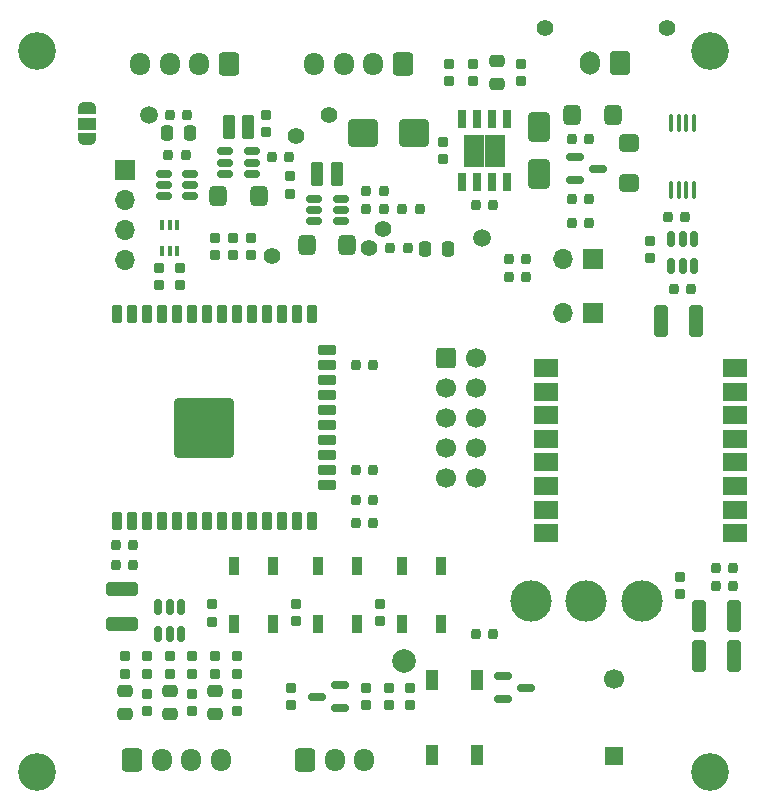
<source format=gbr>
%TF.GenerationSoftware,KiCad,Pcbnew,8.0.1*%
%TF.CreationDate,2024-07-04T14:35:51+02:00*%
%TF.ProjectId,Robuoy-Top,526f6275-6f79-42d5-946f-702e6b696361,rev?*%
%TF.SameCoordinates,Original*%
%TF.FileFunction,Soldermask,Top*%
%TF.FilePolarity,Negative*%
%FSLAX46Y46*%
G04 Gerber Fmt 4.6, Leading zero omitted, Abs format (unit mm)*
G04 Created by KiCad (PCBNEW 8.0.1) date 2024-07-04 14:35:51*
%MOMM*%
%LPD*%
G01*
G04 APERTURE LIST*
G04 Aperture macros list*
%AMRoundRect*
0 Rectangle with rounded corners*
0 $1 Rounding radius*
0 $2 $3 $4 $5 $6 $7 $8 $9 X,Y pos of 4 corners*
0 Add a 4 corners polygon primitive as box body*
4,1,4,$2,$3,$4,$5,$6,$7,$8,$9,$2,$3,0*
0 Add four circle primitives for the rounded corners*
1,1,$1+$1,$2,$3*
1,1,$1+$1,$4,$5*
1,1,$1+$1,$6,$7*
1,1,$1+$1,$8,$9*
0 Add four rect primitives between the rounded corners*
20,1,$1+$1,$2,$3,$4,$5,0*
20,1,$1+$1,$4,$5,$6,$7,0*
20,1,$1+$1,$6,$7,$8,$9,0*
20,1,$1+$1,$8,$9,$2,$3,0*%
%AMFreePoly0*
4,1,19,0.550000,-0.750000,0.000000,-0.750000,0.000000,-0.744911,-0.071157,-0.744911,-0.207708,-0.704816,-0.327430,-0.627875,-0.420627,-0.520320,-0.479746,-0.390866,-0.500000,-0.250000,-0.500000,0.250000,-0.479746,0.390866,-0.420627,0.520320,-0.327430,0.627875,-0.207708,0.704816,-0.071157,0.744911,0.000000,0.744911,0.000000,0.750000,0.550000,0.750000,0.550000,-0.750000,0.550000,-0.750000,
$1*%
%AMFreePoly1*
4,1,19,0.000000,0.744911,0.071157,0.744911,0.207708,0.704816,0.327430,0.627875,0.420627,0.520320,0.479746,0.390866,0.500000,0.250000,0.500000,-0.250000,0.479746,-0.390866,0.420627,-0.520320,0.327430,-0.627875,0.207708,-0.704816,0.071157,-0.744911,0.000000,-0.744911,0.000000,-0.750000,-0.550000,-0.750000,-0.550000,0.750000,0.000000,0.750000,0.000000,0.744911,0.000000,0.744911,
$1*%
G04 Aperture macros list end*
%ADD10RoundRect,0.150000X0.150000X-0.512500X0.150000X0.512500X-0.150000X0.512500X-0.150000X-0.512500X0*%
%ADD11RoundRect,0.200000X0.200000X0.250000X-0.200000X0.250000X-0.200000X-0.250000X0.200000X-0.250000X0*%
%ADD12RoundRect,0.200000X-0.200000X-0.250000X0.200000X-0.250000X0.200000X0.250000X-0.200000X0.250000X0*%
%ADD13C,3.200000*%
%ADD14C,1.400000*%
%ADD15RoundRect,0.200000X0.250000X-0.200000X0.250000X0.200000X-0.250000X0.200000X-0.250000X-0.200000X0*%
%ADD16RoundRect,0.100000X0.100000X-0.637500X0.100000X0.637500X-0.100000X0.637500X-0.100000X-0.637500X0*%
%ADD17RoundRect,0.200000X-0.250000X0.200000X-0.250000X-0.200000X0.250000X-0.200000X0.250000X0.200000X0*%
%ADD18R,0.900000X1.500000*%
%ADD19RoundRect,0.150000X-0.587500X-0.150000X0.587500X-0.150000X0.587500X0.150000X-0.587500X0.150000X0*%
%ADD20RoundRect,0.250000X-0.600000X-0.725000X0.600000X-0.725000X0.600000X0.725000X-0.600000X0.725000X0*%
%ADD21O,1.700000X1.950000*%
%ADD22RoundRect,0.250000X0.400000X-0.250000X0.400000X0.250000X-0.400000X0.250000X-0.400000X-0.250000X0*%
%ADD23RoundRect,0.091346X0.383654X0.958654X-0.383654X0.958654X-0.383654X-0.958654X0.383654X-0.958654X0*%
%ADD24RoundRect,0.375000X-0.475000X0.375000X-0.475000X-0.375000X0.475000X-0.375000X0.475000X0.375000X0*%
%ADD25RoundRect,0.250000X0.600000X0.725000X-0.600000X0.725000X-0.600000X-0.725000X0.600000X-0.725000X0*%
%ADD26R,1.700000X1.700000*%
%ADD27O,1.700000X1.700000*%
%ADD28RoundRect,0.150000X0.512500X0.150000X-0.512500X0.150000X-0.512500X-0.150000X0.512500X-0.150000X0*%
%ADD29FreePoly0,270.000000*%
%ADD30R,1.500000X1.000000*%
%ADD31FreePoly1,270.000000*%
%ADD32C,1.500000*%
%ADD33C,3.500000*%
%ADD34RoundRect,0.250000X-0.250000X-0.400000X0.250000X-0.400000X0.250000X0.400000X-0.250000X0.400000X0*%
%ADD35RoundRect,0.250000X-1.000000X-0.900000X1.000000X-0.900000X1.000000X0.900000X-1.000000X0.900000X0*%
%ADD36RoundRect,0.250000X-0.325000X-1.100000X0.325000X-1.100000X0.325000X1.100000X-0.325000X1.100000X0*%
%ADD37RoundRect,0.150000X-0.150000X0.512500X-0.150000X-0.512500X0.150000X-0.512500X0.150000X0.512500X0*%
%ADD38RoundRect,0.150000X0.587500X0.150000X-0.587500X0.150000X-0.587500X-0.150000X0.587500X-0.150000X0*%
%ADD39RoundRect,0.250000X-0.650000X1.000000X-0.650000X-1.000000X0.650000X-1.000000X0.650000X1.000000X0*%
%ADD40RoundRect,0.250000X-1.100000X0.325000X-1.100000X-0.325000X1.100000X-0.325000X1.100000X0.325000X0*%
%ADD41R,1.000000X1.700000*%
%ADD42R,0.650000X1.500000*%
%ADD43R,1.800000X1.350000*%
%ADD44R,2.000000X1.500000*%
%ADD45RoundRect,0.150000X-0.512500X-0.150000X0.512500X-0.150000X0.512500X0.150000X-0.512500X0.150000X0*%
%ADD46RoundRect,0.375000X-0.375000X-0.475000X0.375000X-0.475000X0.375000X0.475000X-0.375000X0.475000X0*%
%ADD47R,1.650000X1.650000*%
%ADD48C,1.700000*%
%ADD49RoundRect,0.375000X0.375000X0.475000X-0.375000X0.475000X-0.375000X-0.475000X0.375000X-0.475000X0*%
%ADD50RoundRect,0.225000X0.225000X-0.525000X0.225000X0.525000X-0.225000X0.525000X-0.225000X-0.525000X0*%
%ADD51RoundRect,0.225000X0.525000X0.225000X-0.525000X0.225000X-0.525000X-0.225000X0.525000X-0.225000X0*%
%ADD52RoundRect,0.250000X2.250000X-2.250000X2.250000X2.250000X-2.250000X2.250000X-2.250000X-2.250000X0*%
%ADD53RoundRect,0.100000X-0.100000X0.350000X-0.100000X-0.350000X0.100000X-0.350000X0.100000X0.350000X0*%
%ADD54RoundRect,0.250000X0.600000X0.750000X-0.600000X0.750000X-0.600000X-0.750000X0.600000X-0.750000X0*%
%ADD55O,1.700000X2.000000*%
%ADD56C,2.000000*%
%ADD57RoundRect,0.250000X0.250000X0.400000X-0.250000X0.400000X-0.250000X-0.400000X0.250000X-0.400000X0*%
%ADD58RoundRect,0.250000X-0.600000X-0.600000X0.600000X-0.600000X0.600000X0.600000X-0.600000X0.600000X0*%
G04 APERTURE END LIST*
D10*
%TO.C,U203*%
X71694000Y-67177500D03*
X72644000Y-67177500D03*
X73594000Y-67177500D03*
X73594000Y-64902500D03*
X72644000Y-64902500D03*
X71694000Y-64902500D03*
%TD*%
D11*
%TO.C,C108*%
X26150000Y-92456000D03*
X24650000Y-92456000D03*
%TD*%
D12*
%TO.C,C104*%
X75450000Y-92776000D03*
X76950000Y-92776000D03*
%TD*%
D11*
%TO.C,C109*%
X26150000Y-90805000D03*
X24650000Y-90805000D03*
%TD*%
D13*
%TO.C,H403*%
X18000000Y-110000000D03*
%TD*%
D12*
%TO.C,C209*%
X63258000Y-56388000D03*
X64758000Y-56388000D03*
%TD*%
D14*
%TO.C,TP207*%
X46106500Y-65653500D03*
%TD*%
D12*
%TO.C,R206*%
X37858000Y-57912000D03*
X39358000Y-57912000D03*
%TD*%
%TO.C,R209*%
X71894000Y-69088000D03*
X73394000Y-69088000D03*
%TD*%
D15*
%TO.C,C105*%
X32766000Y-97282000D03*
X32766000Y-95782000D03*
%TD*%
D16*
%TO.C,Q201*%
X71669000Y-60774500D03*
X72319000Y-60774500D03*
X72969000Y-60774500D03*
X73619000Y-60774500D03*
X73619000Y-55049500D03*
X72969000Y-55049500D03*
X72319000Y-55049500D03*
X71669000Y-55049500D03*
%TD*%
D17*
%TO.C,R108*%
X34925000Y-103390000D03*
X34925000Y-104890000D03*
%TD*%
D18*
%TO.C,D104*%
X34672000Y-97446000D03*
X37972000Y-97446000D03*
X37972000Y-92546000D03*
X34672000Y-92546000D03*
%TD*%
D11*
%TO.C,C206*%
X72886000Y-62992000D03*
X71386000Y-62992000D03*
%TD*%
D15*
%TO.C,R203*%
X72390000Y-94984000D03*
X72390000Y-93484000D03*
%TD*%
D19*
%TO.C,Q202*%
X63578500Y-57978000D03*
X63578500Y-59878000D03*
X65453500Y-58928000D03*
%TD*%
D11*
%TO.C,R216*%
X49396500Y-65653500D03*
X47896500Y-65653500D03*
%TD*%
D20*
%TO.C,J103*%
X40700000Y-109000000D03*
D21*
X43200000Y-109000000D03*
X45700000Y-109000000D03*
%TD*%
D12*
%TO.C,C106*%
X75450000Y-94300000D03*
X76950000Y-94300000D03*
%TD*%
D14*
%TO.C,TP204*%
X61000000Y-47000000D03*
%TD*%
D17*
%TO.C,C113*%
X47752000Y-102882000D03*
X47752000Y-104382000D03*
%TD*%
%TO.C,R110*%
X27305000Y-103390000D03*
X27305000Y-104890000D03*
%TD*%
D12*
%TO.C,C114*%
X29095000Y-57785000D03*
X30595000Y-57785000D03*
%TD*%
D22*
%TO.C,D102*%
X29210000Y-105090000D03*
X29210000Y-103190000D03*
%TD*%
D14*
%TO.C,TP205*%
X71300000Y-47000000D03*
%TD*%
D23*
%TO.C,L202*%
X43375500Y-59370000D03*
X41725500Y-59370000D03*
%TD*%
D24*
%TO.C,C207*%
X68072000Y-56720000D03*
X68072000Y-60120000D03*
%TD*%
D12*
%TO.C,C205*%
X45864500Y-60827500D03*
X47364500Y-60827500D03*
%TD*%
D25*
%TO.C,J104*%
X34230000Y-50055000D03*
D21*
X31730000Y-50055000D03*
X29230000Y-50055000D03*
X26730000Y-50055000D03*
%TD*%
D26*
%TO.C,SW102*%
X65024000Y-66548000D03*
D27*
X62484000Y-66548000D03*
%TD*%
D28*
%TO.C,U103*%
X30982500Y-61275000D03*
X30982500Y-60325000D03*
X30982500Y-59375000D03*
X28707500Y-59375000D03*
X28707500Y-60325000D03*
X28707500Y-61275000D03*
%TD*%
D13*
%TO.C,H402*%
X75000000Y-49000000D03*
%TD*%
D15*
%TO.C,C111*%
X31115000Y-101715000D03*
X31115000Y-100215000D03*
%TD*%
D29*
%TO.C,JP101*%
X22199600Y-53818000D03*
D30*
X22199600Y-55118000D03*
D31*
X22199600Y-56418000D03*
%TD*%
D32*
%TO.C,TP208*%
X55626000Y-64770000D03*
%TD*%
D33*
%TO.C,SW201*%
X59800000Y-95500000D03*
X64500000Y-95500000D03*
X69200000Y-95500000D03*
%TD*%
D17*
%TO.C,C202*%
X52324000Y-56654000D03*
X52324000Y-58154000D03*
%TD*%
D34*
%TO.C,D205*%
X29022000Y-55880000D03*
X30922000Y-55880000D03*
%TD*%
D35*
%TO.C,D201*%
X45602000Y-55880000D03*
X49902000Y-55880000D03*
%TD*%
D17*
%TO.C,R109*%
X31115000Y-103390000D03*
X31115000Y-104890000D03*
%TD*%
D36*
%TO.C,C301*%
X70825000Y-71800000D03*
X73775000Y-71800000D03*
%TD*%
D11*
%TO.C,R105*%
X46470000Y-75565000D03*
X44970000Y-75565000D03*
%TD*%
D15*
%TO.C,C201*%
X37338000Y-55868000D03*
X37338000Y-54368000D03*
%TD*%
D17*
%TO.C,R116*%
X33020000Y-100215000D03*
X33020000Y-101715000D03*
%TD*%
D12*
%TO.C,R214*%
X63258000Y-61468000D03*
X64758000Y-61468000D03*
%TD*%
D37*
%TO.C,U102*%
X30160000Y-96017500D03*
X29210000Y-96017500D03*
X28260000Y-96017500D03*
X28260000Y-98292500D03*
X29210000Y-98292500D03*
X30160000Y-98292500D03*
%TD*%
D14*
%TO.C,TP201*%
X39878000Y-56134000D03*
%TD*%
D19*
%TO.C,Q102*%
X57482500Y-101920000D03*
X57482500Y-103820000D03*
X59357500Y-102870000D03*
%TD*%
D17*
%TO.C,R207*%
X39400000Y-59550000D03*
X39400000Y-61050000D03*
%TD*%
D15*
%TO.C,C303*%
X46990000Y-97270000D03*
X46990000Y-95770000D03*
%TD*%
D38*
%TO.C,Q101*%
X43609500Y-104582000D03*
X43609500Y-102682000D03*
X41734500Y-103632000D03*
%TD*%
D17*
%TO.C,R112*%
X45847000Y-102882000D03*
X45847000Y-104382000D03*
%TD*%
D39*
%TO.C,D204*%
X60452000Y-55404000D03*
X60452000Y-59404000D03*
%TD*%
D15*
%TO.C,R205*%
X34544000Y-66282000D03*
X34544000Y-64782000D03*
%TD*%
D40*
%TO.C,C102*%
X25146000Y-94511600D03*
X25146000Y-97461600D03*
%TD*%
D41*
%TO.C,SW103*%
X51440000Y-108560000D03*
X51440000Y-102260000D03*
X55240000Y-108560000D03*
X55240000Y-102260000D03*
%TD*%
D14*
%TO.C,TP206*%
X47269400Y-64008000D03*
%TD*%
D17*
%TO.C,R113*%
X39497000Y-102882000D03*
X39497000Y-104382000D03*
%TD*%
D12*
%TO.C,R102*%
X57924000Y-66548000D03*
X59424000Y-66548000D03*
%TD*%
%TO.C,R212*%
X45864500Y-62351500D03*
X47364500Y-62351500D03*
%TD*%
D15*
%TO.C,D202*%
X54864000Y-51550000D03*
X54864000Y-50050000D03*
%TD*%
%TO.C,R211*%
X69850000Y-66536000D03*
X69850000Y-65036000D03*
%TD*%
D11*
%TO.C,R104*%
X46470000Y-84455000D03*
X44970000Y-84455000D03*
%TD*%
D13*
%TO.C,H401*%
X75000000Y-110000000D03*
%TD*%
D42*
%TO.C,U202*%
X53975000Y-60104000D03*
X55245000Y-60104000D03*
X56515000Y-60104000D03*
X57785000Y-60104000D03*
X57785000Y-54704000D03*
X56515000Y-54704000D03*
X55245000Y-54704000D03*
X53975000Y-54704000D03*
D43*
X54980000Y-58079000D03*
X56780000Y-58079000D03*
X54980000Y-56729000D03*
X56780000Y-56729000D03*
%TD*%
D44*
%TO.C,U301*%
X77088000Y-89804000D03*
X77088000Y-87804000D03*
X77088000Y-85804000D03*
X77088000Y-83804000D03*
X77088000Y-81804000D03*
X77088000Y-79804000D03*
X77088000Y-77804000D03*
X77088000Y-75804000D03*
X61088000Y-75804000D03*
X61088000Y-77804000D03*
X61088000Y-79804000D03*
X61088000Y-81804000D03*
X61088000Y-83804000D03*
X61088000Y-85804000D03*
X61088000Y-87804000D03*
X61088000Y-89804000D03*
%TD*%
D25*
%TO.C,J201*%
X48962000Y-50055000D03*
D21*
X46462000Y-50055000D03*
X43962000Y-50055000D03*
X41462000Y-50055000D03*
%TD*%
D26*
%TO.C,SW101*%
X65024000Y-71120000D03*
D27*
X62484000Y-71120000D03*
%TD*%
D45*
%TO.C,U201*%
X33914500Y-57470000D03*
X33914500Y-58420000D03*
X33914500Y-59370000D03*
X36189500Y-59370000D03*
X36189500Y-58420000D03*
X36189500Y-57470000D03*
%TD*%
D15*
%TO.C,C110*%
X27305000Y-101715000D03*
X27305000Y-100215000D03*
%TD*%
%TO.C,R201*%
X52832000Y-51550000D03*
X52832000Y-50050000D03*
%TD*%
D13*
%TO.C,H404*%
X18000000Y-49000000D03*
%TD*%
D36*
%TO.C,C302*%
X74025000Y-96800000D03*
X76975000Y-96800000D03*
%TD*%
D12*
%TO.C,R118*%
X55130000Y-98298000D03*
X56630000Y-98298000D03*
%TD*%
D46*
%TO.C,C210*%
X63324000Y-54356000D03*
X66724000Y-54356000D03*
%TD*%
D32*
%TO.C,TP202*%
X27432000Y-54356000D03*
%TD*%
D11*
%TO.C,R106*%
X46470000Y-86995000D03*
X44970000Y-86995000D03*
%TD*%
D22*
%TO.C,D203*%
X56896000Y-51750000D03*
X56896000Y-49850000D03*
%TD*%
D47*
%TO.C,BZ101*%
X66802000Y-108660000D03*
D48*
X66802000Y-102160000D03*
%TD*%
D12*
%TO.C,R101*%
X57924000Y-68072000D03*
X59424000Y-68072000D03*
%TD*%
D49*
%TO.C,C204*%
X36752000Y-61214000D03*
X33352000Y-61214000D03*
%TD*%
D11*
%TO.C,R103*%
X46470000Y-88900000D03*
X44970000Y-88900000D03*
%TD*%
D22*
%TO.C,D103*%
X33020000Y-105090000D03*
X33020000Y-103190000D03*
%TD*%
D14*
%TO.C,TP209*%
X42672000Y-54356000D03*
%TD*%
D12*
%TO.C,R213*%
X48912500Y-62351500D03*
X50412500Y-62351500D03*
%TD*%
D17*
%TO.C,R107*%
X30073600Y-67322000D03*
X30073600Y-68822000D03*
%TD*%
D50*
%TO.C,U101*%
X24743000Y-88750000D03*
X26013000Y-88750000D03*
X27283000Y-88750000D03*
X28553000Y-88750000D03*
X29823000Y-88750000D03*
X31093000Y-88750000D03*
X32363000Y-88750000D03*
X33633000Y-88750000D03*
X34903000Y-88750000D03*
X36173000Y-88750000D03*
X37443000Y-88750000D03*
X38713000Y-88750000D03*
X39983000Y-88750000D03*
X41253000Y-88750000D03*
D51*
X42503000Y-85715000D03*
X42503000Y-84445000D03*
X42503000Y-83175000D03*
X42503000Y-81905000D03*
X42503000Y-80635000D03*
X42503000Y-79365000D03*
X42503000Y-78095000D03*
X42503000Y-76825000D03*
X42503000Y-75555000D03*
X42503000Y-74285000D03*
D50*
X41253000Y-71250000D03*
X39983000Y-71250000D03*
X38713000Y-71250000D03*
X37443000Y-71250000D03*
X36173000Y-71250000D03*
X34903000Y-71250000D03*
X33633000Y-71250000D03*
X32363000Y-71250000D03*
X31093000Y-71250000D03*
X29823000Y-71250000D03*
X28553000Y-71250000D03*
X27283000Y-71250000D03*
X26013000Y-71250000D03*
X24743000Y-71250000D03*
D52*
X32088000Y-80860000D03*
%TD*%
D12*
%TO.C,C101*%
X63258000Y-63500000D03*
X64758000Y-63500000D03*
%TD*%
D53*
%TO.C,U104*%
X29860000Y-63670000D03*
X29210000Y-63670000D03*
X28560000Y-63670000D03*
X28560000Y-65870000D03*
X29210000Y-65870000D03*
X29860000Y-65870000D03*
%TD*%
D26*
%TO.C,J105*%
X25425000Y-59065000D03*
D27*
X25425000Y-61605000D03*
X25425000Y-64145000D03*
X25425000Y-66685000D03*
%TD*%
D15*
%TO.C,C203*%
X33020000Y-66282000D03*
X33020000Y-64782000D03*
%TD*%
D17*
%TO.C,R115*%
X29210000Y-100215000D03*
X29210000Y-101715000D03*
%TD*%
D45*
%TO.C,U204*%
X41413000Y-61468000D03*
X41413000Y-62418000D03*
X41413000Y-63368000D03*
X43688000Y-63368000D03*
X43688000Y-62418000D03*
X43688000Y-61468000D03*
%TD*%
D54*
%TO.C,J202*%
X67350000Y-50025000D03*
D55*
X64850000Y-50025000D03*
%TD*%
D15*
%TO.C,C107*%
X39878000Y-97270000D03*
X39878000Y-95770000D03*
%TD*%
D18*
%TO.C,D105*%
X41784000Y-97446000D03*
X45084000Y-97446000D03*
X45084000Y-92546000D03*
X41784000Y-92546000D03*
%TD*%
D49*
%TO.C,C208*%
X44250500Y-65399500D03*
X40850500Y-65399500D03*
%TD*%
D17*
%TO.C,R202*%
X58928000Y-50050000D03*
X58928000Y-51550000D03*
%TD*%
D22*
%TO.C,D101*%
X25400000Y-105090000D03*
X25400000Y-103190000D03*
%TD*%
D14*
%TO.C,TP203*%
X37846000Y-66294000D03*
%TD*%
D18*
%TO.C,D106*%
X48896000Y-97446000D03*
X52196000Y-97446000D03*
X52196000Y-92546000D03*
X48896000Y-92546000D03*
%TD*%
D56*
%TO.C,TP101*%
X49022000Y-100584000D03*
%TD*%
D57*
%TO.C,D206*%
X52750000Y-65700000D03*
X50850000Y-65700000D03*
%TD*%
D17*
%TO.C,R111*%
X28346400Y-67322000D03*
X28346400Y-68822000D03*
%TD*%
D15*
%TO.C,C112*%
X34925000Y-101715000D03*
X34925000Y-100215000D03*
%TD*%
D17*
%TO.C,R114*%
X25400000Y-100215000D03*
X25400000Y-101715000D03*
%TD*%
D12*
%TO.C,R208*%
X55130000Y-61976000D03*
X56630000Y-61976000D03*
%TD*%
D36*
%TO.C,C103*%
X74025000Y-100200000D03*
X76975000Y-100200000D03*
%TD*%
D17*
%TO.C,R117*%
X49530000Y-102882000D03*
X49530000Y-104382000D03*
%TD*%
%TO.C,R204*%
X36068000Y-64782000D03*
X36068000Y-66282000D03*
%TD*%
D20*
%TO.C,J102*%
X26035000Y-109000000D03*
D21*
X28535000Y-109000000D03*
X31035000Y-109000000D03*
X33535000Y-109000000D03*
%TD*%
D12*
%TO.C,R215*%
X29222000Y-54356000D03*
X30722000Y-54356000D03*
%TD*%
D23*
%TO.C,L201*%
X35877000Y-55372000D03*
X34227000Y-55372000D03*
%TD*%
D58*
%TO.C,J101*%
X52587500Y-74930000D03*
D48*
X55127500Y-74930000D03*
X52587500Y-77470000D03*
X55127500Y-77470000D03*
X52587500Y-80010000D03*
X55127500Y-80010000D03*
X52587500Y-82550000D03*
X55127500Y-82550000D03*
X52587500Y-85090000D03*
X55127500Y-85090000D03*
%TD*%
M02*

</source>
